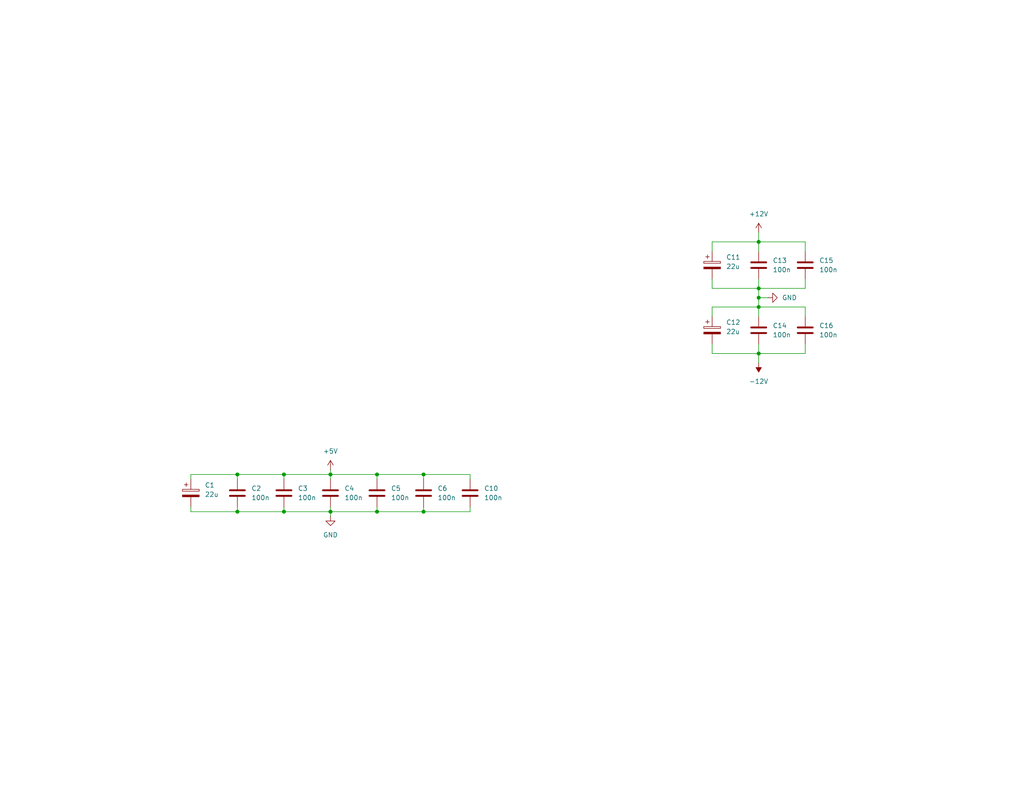
<source format=kicad_sch>
(kicad_sch (version 20250114) (generator "eeschema") (generator_version "9.0")
  (paper "USLetter")
  (lib_symbols
    (symbol "Device:C" (pin_numbers (hide yes)) (pin_names (offset 0.254))
      (property "Reference" "C" (at 0.635 2.54 0))
      (property "Value" "C" (at 0.635 -2.54 0))
      (symbol "C_0_1"
        (polyline (pts (xy -2.032 0.762) (xy 2.032 0.762)) (stroke (width 0.508)))
        (polyline (pts (xy -2.032 -0.762) (xy 2.032 -0.762)) (stroke (width 0.508)))
      )
      (symbol "C_1_1"
        (pin passive line (at 0 3.81 270) (length 2.794) (name "~") (number "1"))
        (pin passive line (at 0 -3.81 90) (length 2.794) (name "~") (number "2"))
      )
    )
    (symbol "Device:C_Polarized" (pin_numbers (hide yes)) (pin_names (offset 0.254))
      (property "Reference" "C" (at 0.635 2.54 0))
      (property "Value" "C_Polarized" (at 0.635 -2.54 0))
      (symbol "C_Polarized_0_1"
        (rectangle (start -2.286 0.508) (end 2.286 1.016))
        (polyline (pts (xy -1.778 2.286) (xy -0.762 2.286)))
        (polyline (pts (xy -1.27 2.794) (xy -1.27 1.778)))
        (rectangle (start 2.286 -0.508) (end -2.286 -1.016) (fill (type outline)))
      )
      (symbol "C_Polarized_1_1"
        (pin passive line (at 0 3.81 270) (length 2.794) (name "~") (number "1"))
        (pin passive line (at 0 -3.81 90) (length 2.794) (name "~") (number "2"))
      )
    )
    (symbol "power:+12V" (power) (pin_numbers (hide yes)) (pin_names (offset 0) (hide yes))
      (property "Value" "+12V" (at 0 3.556 0))
      (symbol "+12V_0_1"
        (polyline (pts (xy -0.762 1.27) (xy 0 2.54)))
        (polyline (pts (xy 0 2.54) (xy 0.762 1.27)))
        (polyline (pts (xy 0 0) (xy 0 2.54)))
      )
      (symbol "+12V_1_1"
        (pin power_in line (at 0 0 90) (length 0) (name "~") (number "1"))
      )
    )
    (symbol "power:+5V" (power) (pin_numbers (hide yes)) (pin_names (offset 0) (hide yes))
      (property "Value" "+5V" (at 0 3.556 0))
      (symbol "+5V_0_1"
        (polyline (pts (xy -0.762 1.27) (xy 0 2.54)))
        (polyline (pts (xy 0 2.54) (xy 0.762 1.27)))
        (polyline (pts (xy 0 0) (xy 0 2.54)))
      )
      (symbol "+5V_1_1"
        (pin power_in line (at 0 0 90) (length 0) (name "~") (number "1"))
      )
    )
    (symbol "power:-12V" (power) (pin_numbers (hide yes)) (pin_names (offset 0) (hide yes))
      (property "Value" "-12V" (at 0 3.556 0))
      (symbol "-12V_0_0"
        (pin power_in line (at 0 0 90) (length 0) (name "~") (number "1"))
      )
      (symbol "-12V_0_1"
        (polyline (pts (xy 0 0) (xy 0 1.27) (xy 0.762 1.27) (xy 0 2.54) (xy -0.762 1.27) (xy 0 1.27)) (fill (type outline)))
      )
    )
    (symbol "power:GND" (power) (pin_numbers (hide yes)) (pin_names (offset 0) (hide yes))
      (property "Value" "GND" (at 0 -3.81 0))
      (symbol "GND_0_1"
        (polyline (pts (xy 0 0) (xy 0 -1.27) (xy 1.27 -1.27) (xy 0 -2.54) (xy -1.27 -1.27) (xy 0 -1.27)))
      )
      (symbol "GND_1_1"
        (pin power_in line (at 0 0 270) (length 0) (name "~") (number "1"))
      )
    )
  )
  (junction (at 207.01 96.52))
  (junction (at 102.87 139.7))
  (junction (at 115.57 139.7))
  (junction (at 207.01 78.74))
  (junction (at 115.57 129.54))
  (junction (at 207.01 81.28))
  (junction (at 207.01 83.82))
  (junction (at 64.77 139.7))
  (junction (at 64.77 129.54))
  (junction (at 77.47 139.7))
  (junction (at 77.47 129.54))
  (junction (at 207.01 66.04))
  (junction (at 90.17 129.54))
  (junction (at 90.17 139.7))
  (junction (at 102.87 129.54))
  (wire (pts (xy 128.27 129.54) (xy 128.27 130.81)))
  (wire (pts (xy 207.01 63.5) (xy 207.01 66.04)))
  (wire (pts (xy 207.01 93.98) (xy 207.01 96.52)))
  (wire (pts (xy 128.27 139.7) (xy 128.27 138.43)))
  (wire (pts (xy 207.01 78.74) (xy 207.01 81.28)))
  (wire (pts (xy 115.57 129.54) (xy 128.27 129.54)))
  (wire (pts (xy 64.77 138.43) (xy 64.77 139.7)))
  (wire (pts (xy 52.07 129.54) (xy 64.77 129.54)))
  (wire (pts (xy 194.31 78.74) (xy 207.01 78.74)))
  (wire (pts (xy 52.07 130.81) (xy 52.07 129.54)))
  (wire (pts (xy 219.71 83.82) (xy 219.71 86.36)))
  (wire (pts (xy 115.57 139.7) (xy 128.27 139.7)))
  (wire (pts (xy 52.07 138.43) (xy 52.07 139.7)))
  (wire (pts (xy 90.17 139.7) (xy 90.17 140.97)))
  (wire (pts (xy 102.87 129.54) (xy 115.57 129.54)))
  (wire (pts (xy 207.01 83.82) (xy 219.71 83.82)))
  (wire (pts (xy 194.31 68.58) (xy 194.31 66.04)))
  (wire (pts (xy 207.01 96.52) (xy 207.01 99.06)))
  (wire (pts (xy 77.47 138.43) (xy 77.47 139.7)))
  (wire (pts (xy 90.17 139.7) (xy 102.87 139.7)))
  (wire (pts (xy 207.01 83.82) (xy 207.01 86.36)))
  (wire (pts (xy 194.31 86.36) (xy 194.31 83.82)))
  (wire (pts (xy 115.57 138.43) (xy 115.57 139.7)))
  (wire (pts (xy 207.01 66.04) (xy 207.01 68.58)))
  (wire (pts (xy 207.01 81.28) (xy 209.55 81.28)))
  (wire (pts (xy 207.01 96.52) (xy 219.71 96.52)))
  (wire (pts (xy 102.87 139.7) (xy 102.87 138.43)))
  (wire (pts (xy 115.57 129.54) (xy 115.57 130.81)))
  (wire (pts (xy 64.77 129.54) (xy 77.47 129.54)))
  (wire (pts (xy 207.01 78.74) (xy 219.71 78.74)))
  (wire (pts (xy 77.47 129.54) (xy 77.47 130.81)))
  (wire (pts (xy 207.01 81.28) (xy 207.01 83.82)))
  (wire (pts (xy 194.31 76.2) (xy 194.31 78.74)))
  (wire (pts (xy 194.31 96.52) (xy 207.01 96.52)))
  (wire (pts (xy 90.17 128.27) (xy 90.17 129.54)))
  (wire (pts (xy 90.17 129.54) (xy 102.87 129.54)))
  (wire (pts (xy 102.87 129.54) (xy 102.87 130.81)))
  (wire (pts (xy 102.87 139.7) (xy 115.57 139.7)))
  (wire (pts (xy 90.17 129.54) (xy 90.17 130.81)))
  (wire (pts (xy 64.77 129.54) (xy 64.77 130.81)))
  (wire (pts (xy 77.47 139.7) (xy 90.17 139.7)))
  (wire (pts (xy 219.71 76.2) (xy 219.71 78.74)))
  (wire (pts (xy 207.01 66.04) (xy 219.71 66.04)))
  (wire (pts (xy 207.01 76.2) (xy 207.01 78.74)))
  (wire (pts (xy 194.31 66.04) (xy 207.01 66.04)))
  (wire (pts (xy 52.07 139.7) (xy 64.77 139.7)))
  (wire (pts (xy 194.31 93.98) (xy 194.31 96.52)))
  (wire (pts (xy 219.71 66.04) (xy 219.71 68.58)))
  (wire (pts (xy 77.47 129.54) (xy 90.17 129.54)))
  (wire (pts (xy 194.31 83.82) (xy 207.01 83.82)))
  (wire (pts (xy 64.77 139.7) (xy 77.47 139.7)))
  (wire (pts (xy 90.17 138.43) (xy 90.17 139.7)))
  (wire (pts (xy 219.71 93.98) (xy 219.71 96.52)))
  (symbol (lib_id "Device:C") (at 64.77 134.62 0) (unit 1)
    (property "Reference" "C2" (at 68.58 133.3499 0) (effects (justify left)))
    (property "Value" "100n" (at 68.58 135.8899 0) (effects (justify left)))
    (property "Footprint" "Capacitor_SMD:C_0603_1608Metric_Pad1.08x0.95mm_HandSolder" (effects (hide yes)))
    (property "Description" "Unpolarized capacitor" (effects (hide yes)))
  )
  (symbol (lib_id "power:-12V") (at 207.01 99.06 180) (unit 1)
    (property "Reference" "#PWR021" (effects (hide yes)))
    (property "Value" "-12V" (at 207.01 104.14 0))
    (property "Description" "Power symbol creates a global label with name \"-12V\"" (effects (hide yes)))
  )
  (symbol (lib_id "Device:C") (at 219.71 90.17 0) (unit 1)
    (property "Reference" "C16" (at 223.52 88.8999 0) (effects (justify left)))
    (property "Value" "100n" (at 223.52 91.4399 0) (effects (justify left)))
    (property "Footprint" "Capacitor_SMD:C_0603_1608Metric_Pad1.08x0.95mm_HandSolder" (effects (hide yes)))
    (property "Description" "Unpolarized capacitor" (effects (hide yes)))
  )
  (symbol (lib_id "Device:C") (at 207.01 72.39 0) (unit 1)
    (property "Reference" "C13" (at 210.82 71.1199 0) (effects (justify left)))
    (property "Value" "100n" (at 210.82 73.6599 0) (effects (justify left)))
    (property "Footprint" "Capacitor_SMD:C_0603_1608Metric_Pad1.08x0.95mm_HandSolder" (effects (hide yes)))
    (property "Description" "Unpolarized capacitor" (effects (hide yes)))
  )
  (symbol (lib_id "power:+12V") (at 207.01 63.5 0) (unit 1)
    (property "Reference" "#PWR014" (effects (hide yes)))
    (property "Value" "+12V" (at 207.01 58.42 0))
    (property "Description" "Power symbol creates a global label with name \"+12V\"" (effects (hide yes)))
  )
  (symbol (lib_id "Device:C") (at 219.71 72.39 0) (unit 1)
    (property "Reference" "C15" (at 223.52 71.1199 0) (effects (justify left)))
    (property "Value" "100n" (at 223.52 73.6599 0) (effects (justify left)))
    (property "Footprint" "Capacitor_SMD:C_0603_1608Metric_Pad1.08x0.95mm_HandSolder" (effects (hide yes)))
    (property "Description" "Unpolarized capacitor" (effects (hide yes)))
  )
  (symbol (lib_id "Device:C") (at 207.01 90.17 0) (unit 1)
    (property "Reference" "C14" (at 210.82 88.8999 0) (effects (justify left)))
    (property "Value" "100n" (at 210.82 91.4399 0) (effects (justify left)))
    (property "Footprint" "Capacitor_SMD:C_0603_1608Metric_Pad1.08x0.95mm_HandSolder" (effects (hide yes)))
    (property "Description" "Unpolarized capacitor" (effects (hide yes)))
  )
  (symbol (lib_id "power:+5V") (at 90.17 128.27 0) (unit 1)
    (property "Reference" "#PWR012" (effects (hide yes)))
    (property "Value" "+5V" (at 90.17 123.19 0))
    (property "Description" "Power symbol creates a global label with name \"+5V\"" (effects (hide yes)))
  )
  (symbol (lib_id "Device:C_Polarized") (at 194.31 90.17 0) (unit 1)
    (property "Reference" "C12" (at 198.12 88.0109 0) (effects (justify left)))
    (property "Value" "22u" (at 198.12 90.5509 0) (effects (justify left)))
    (property "Footprint" "Capacitor_SMD:CP_Elec_5x5.3" (effects (hide yes)))
    (property "Description" "Polarized capacitor" (effects (hide yes)))
  )
  (symbol (lib_id "Device:C") (at 115.57 134.62 0) (unit 1)
    (property "Reference" "C6" (at 119.38 133.3499 0) (effects (justify left)))
    (property "Value" "100n" (at 119.38 135.8899 0) (effects (justify left)))
    (property "Footprint" "Capacitor_SMD:C_0603_1608Metric_Pad1.08x0.95mm_HandSolder" (effects (hide yes)))
    (property "Description" "Unpolarized capacitor" (effects (hide yes)))
  )
  (symbol (lib_id "power:GND") (at 209.55 81.28 90) (unit 1)
    (property "Reference" "#PWR022" (effects (hide yes)))
    (property "Value" "GND" (at 213.36 81.2799 90) (effects (justify right)))
    (property "Description" "Power symbol creates a global label with name \"GND\" , ground" (effects (hide yes)))
  )
  (symbol (lib_id "power:GND") (at 90.17 140.97 0) (unit 1)
    (property "Reference" "#PWR013" (effects (hide yes)))
    (property "Value" "GND" (at 90.17 146.05 0))
    (property "Description" "Power symbol creates a global label with name \"GND\" , ground" (effects (hide yes)))
  )
  (symbol (lib_id "Device:C") (at 128.27 134.62 0) (unit 1)
    (property "Reference" "C10" (at 132.08 133.3499 0) (effects (justify left)))
    (property "Value" "100n" (at 132.08 135.8899 0) (effects (justify left)))
    (property "Footprint" "Capacitor_SMD:C_0603_1608Metric_Pad1.08x0.95mm_HandSolder" (effects (hide yes)))
    (property "Description" "Unpolarized capacitor" (effects (hide yes)))
  )
  (symbol (lib_id "Device:C_Polarized") (at 194.31 72.39 0) (unit 1)
    (property "Reference" "C11" (at 198.12 70.2309 0) (effects (justify left)))
    (property "Value" "22u" (at 198.12 72.7709 0) (effects (justify left)))
    (property "Footprint" "Capacitor_SMD:CP_Elec_5x5.3" (effects (hide yes)))
    (property "Description" "Polarized capacitor" (effects (hide yes)))
  )
  (symbol (lib_id "Device:C_Polarized") (at 52.07 134.62 0) (unit 1)
    (property "Reference" "C1" (at 55.88 132.4609 0) (effects (justify left)))
    (property "Value" "22u" (at 55.88 135.0009 0) (effects (justify left)))
    (property "Footprint" "Capacitor_SMD:CP_Elec_5x5.3" (effects (hide yes)))
    (property "Description" "Polarized capacitor" (effects (hide yes)))
  )
  (symbol (lib_id "Device:C") (at 102.87 134.62 0) (unit 1)
    (property "Reference" "C5" (at 106.68 133.3499 0) (effects (justify left)))
    (property "Value" "100n" (at 106.68 135.8899 0) (effects (justify left)))
    (property "Footprint" "Capacitor_SMD:C_0603_1608Metric_Pad1.08x0.95mm_HandSolder" (effects (hide yes)))
    (property "Description" "Unpolarized capacitor" (effects (hide yes)))
  )
  (symbol (lib_id "Device:C") (at 90.17 134.62 0) (unit 1)
    (property "Reference" "C4" (at 93.98 133.3499 0) (effects (justify left)))
    (property "Value" "100n" (at 93.98 135.8899 0) (effects (justify left)))
    (property "Footprint" "Capacitor_SMD:C_0603_1608Metric_Pad1.08x0.95mm_HandSolder" (effects (hide yes)))
    (property "Description" "Unpolarized capacitor" (effects (hide yes)))
  )
  (symbol (lib_id "Device:C") (at 77.47 134.62 0) (unit 1)
    (property "Reference" "C3" (at 81.28 133.3499 0) (effects (justify left)))
    (property "Value" "100n" (at 81.28 135.8899 0) (effects (justify left)))
    (property "Footprint" "Capacitor_SMD:C_0603_1608Metric_Pad1.08x0.95mm_HandSolder" (effects (hide yes)))
    (property "Description" "Unpolarized capacitor" (effects (hide yes)))
  )
)
</source>
